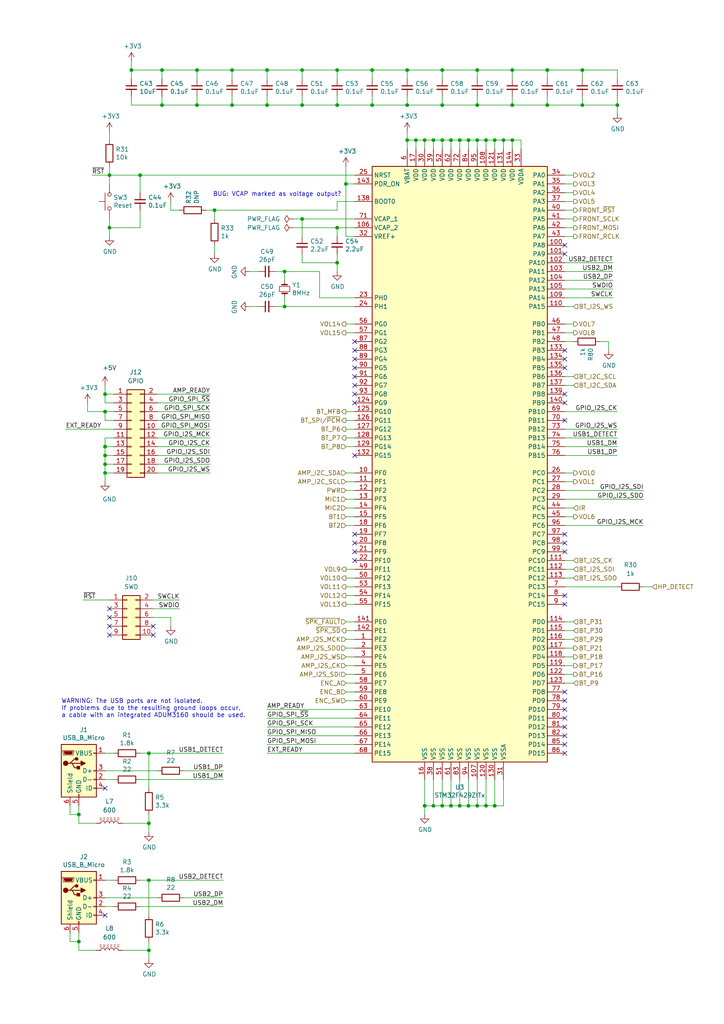
<source format=kicad_sch>
(kicad_sch (version 20201015) (generator eeschema)
  (paper "A4" portrait)
  (junction (at 22.86 236.22) (diameter 0.9144))
  (junction (at 22.86 273.05) (diameter 0.9144))
  (junction (at 30.48 114.3) (diameter 0.9144))
  (junction (at 30.48 119.38) (diameter 0.9144))
  (junction (at 30.48 129.54) (diameter 0.9144))
  (junction (at 30.48 132.08) (diameter 0.9144))
  (junction (at 30.48 134.62) (diameter 0.9144))
  (junction (at 30.48 137.16) (diameter 0.9144))
  (junction (at 31.75 50.8) (diameter 0.9144))
  (junction (at 31.75 66.04) (diameter 0.9144))
  (junction (at 38.1 20.32) (diameter 0.9144))
  (junction (at 40.64 50.8) (diameter 0.9144))
  (junction (at 43.18 218.44) (diameter 0.9144))
  (junction (at 43.18 238.76) (diameter 0.9144))
  (junction (at 43.18 255.27) (diameter 0.9144))
  (junction (at 43.18 275.59) (diameter 0.9144))
  (junction (at 46.99 20.32) (diameter 0.9144))
  (junction (at 46.99 30.48) (diameter 0.9144))
  (junction (at 57.15 20.32) (diameter 0.9144))
  (junction (at 57.15 30.48) (diameter 0.9144))
  (junction (at 62.23 60.96) (diameter 0.9144))
  (junction (at 67.31 20.32) (diameter 0.9144))
  (junction (at 67.31 30.48) (diameter 0.9144))
  (junction (at 77.47 20.32) (diameter 0.9144))
  (junction (at 77.47 30.48) (diameter 0.9144))
  (junction (at 82.55 78.74) (diameter 0.9144))
  (junction (at 82.55 88.9) (diameter 0.9144))
  (junction (at 87.63 20.32) (diameter 0.9144))
  (junction (at 87.63 30.48) (diameter 0.9144))
  (junction (at 87.63 63.5) (diameter 0.9144))
  (junction (at 97.79 20.32) (diameter 0.9144))
  (junction (at 97.79 30.48) (diameter 0.9144))
  (junction (at 97.79 66.04) (diameter 0.9144))
  (junction (at 97.79 76.2) (diameter 0.9144))
  (junction (at 100.33 53.34) (diameter 0.9144))
  (junction (at 107.95 20.32) (diameter 0.9144))
  (junction (at 107.95 30.48) (diameter 0.9144))
  (junction (at 118.11 20.32) (diameter 0.9144))
  (junction (at 118.11 30.48) (diameter 0.9144))
  (junction (at 118.11 40.64) (diameter 0.9144))
  (junction (at 120.65 40.64) (diameter 0.9144))
  (junction (at 123.19 40.64) (diameter 0.9144))
  (junction (at 123.19 233.68) (diameter 0.9144))
  (junction (at 125.73 40.64) (diameter 0.9144))
  (junction (at 125.73 233.68) (diameter 0.9144))
  (junction (at 128.27 20.32) (diameter 0.9144))
  (junction (at 128.27 30.48) (diameter 0.9144))
  (junction (at 128.27 40.64) (diameter 0.9144))
  (junction (at 128.27 233.68) (diameter 0.9144))
  (junction (at 130.81 40.64) (diameter 0.9144))
  (junction (at 130.81 233.68) (diameter 0.9144))
  (junction (at 133.35 40.64) (diameter 0.9144))
  (junction (at 133.35 233.68) (diameter 0.9144))
  (junction (at 135.89 40.64) (diameter 0.9144))
  (junction (at 135.89 233.68) (diameter 0.9144))
  (junction (at 138.43 20.32) (diameter 0.9144))
  (junction (at 138.43 30.48) (diameter 0.9144))
  (junction (at 138.43 40.64) (diameter 0.9144))
  (junction (at 138.43 233.68) (diameter 0.9144))
  (junction (at 140.97 40.64) (diameter 0.9144))
  (junction (at 140.97 233.68) (diameter 0.9144))
  (junction (at 143.51 40.64) (diameter 0.9144))
  (junction (at 143.51 233.68) (diameter 0.9144))
  (junction (at 146.05 40.64) (diameter 0.9144))
  (junction (at 148.59 20.32) (diameter 0.9144))
  (junction (at 148.59 30.48) (diameter 0.9144))
  (junction (at 148.59 40.64) (diameter 0.9144))
  (junction (at 158.75 20.32) (diameter 0.9144))
  (junction (at 158.75 30.48) (diameter 0.9144))
  (junction (at 168.91 20.32) (diameter 0.9144))
  (junction (at 168.91 30.48) (diameter 0.9144))
  (junction (at 179.07 30.48) (diameter 0.9144))
  (no_connect (at 163.83 210.82))
  (no_connect (at 163.83 106.68))
  (no_connect (at 31.75 179.07))
  (no_connect (at 163.83 175.26))
  (no_connect (at 102.87 99.06))
  (no_connect (at 163.83 172.72))
  (no_connect (at 31.75 184.15))
  (no_connect (at 30.48 228.6))
  (no_connect (at 163.83 71.12))
  (no_connect (at 102.87 109.22))
  (no_connect (at 102.87 116.84))
  (no_connect (at 163.83 116.84))
  (no_connect (at 163.83 208.28))
  (no_connect (at 102.87 114.3))
  (no_connect (at 163.83 215.9))
  (no_connect (at 31.75 181.61))
  (no_connect (at 163.83 121.92))
  (no_connect (at 163.83 200.66))
  (no_connect (at 163.83 160.02))
  (no_connect (at 163.83 157.48))
  (no_connect (at 102.87 162.56))
  (no_connect (at 163.83 154.94))
  (no_connect (at 102.87 106.68))
  (no_connect (at 102.87 101.6))
  (no_connect (at 163.83 218.44))
  (no_connect (at 102.87 160.02))
  (no_connect (at 163.83 104.14))
  (no_connect (at 102.87 104.14))
  (no_connect (at 102.87 132.08))
  (no_connect (at 163.83 114.3))
  (no_connect (at 31.75 176.53))
  (no_connect (at 163.83 101.6))
  (no_connect (at 30.48 265.43))
  (no_connect (at 163.83 213.36))
  (no_connect (at 102.87 157.48))
  (no_connect (at 44.45 184.15))
  (no_connect (at 163.83 73.66))
  (no_connect (at 102.87 154.94))
  (no_connect (at 163.83 205.74))
  (no_connect (at 163.83 203.2))
  (no_connect (at 102.87 111.76))
  (no_connect (at 44.45 181.61))
  (wire (pts (xy 19.05 124.46) (xy 33.02 124.46)))
  (wire (pts (xy 20.32 233.68) (xy 20.32 236.22)))
  (wire (pts (xy 20.32 270.51) (xy 20.32 273.05)))
  (wire (pts (xy 22.86 233.68) (xy 22.86 236.22)))
  (wire (pts (xy 22.86 236.22) (xy 20.32 236.22)))
  (wire (pts (xy 22.86 236.22) (xy 22.86 238.76)))
  (wire (pts (xy 22.86 238.76) (xy 27.94 238.76)))
  (wire (pts (xy 22.86 270.51) (xy 22.86 273.05)))
  (wire (pts (xy 22.86 273.05) (xy 20.32 273.05)))
  (wire (pts (xy 22.86 275.59) (xy 22.86 273.05)))
  (wire (pts (xy 24.13 173.99) (xy 31.75 173.99)))
  (wire (pts (xy 25.4 116.84) (xy 25.4 119.38)))
  (wire (pts (xy 25.4 119.38) (xy 30.48 119.38)))
  (wire (pts (xy 26.67 50.8) (xy 31.75 50.8)))
  (wire (pts (xy 27.94 275.59) (xy 22.86 275.59)))
  (wire (pts (xy 30.48 111.76) (xy 30.48 114.3)))
  (wire (pts (xy 30.48 114.3) (xy 33.02 114.3)))
  (wire (pts (xy 30.48 116.84) (xy 30.48 114.3)))
  (wire (pts (xy 30.48 119.38) (xy 30.48 121.92)))
  (wire (pts (xy 30.48 119.38) (xy 33.02 119.38)))
  (wire (pts (xy 30.48 127) (xy 33.02 127)))
  (wire (pts (xy 30.48 129.54) (xy 30.48 127)))
  (wire (pts (xy 30.48 129.54) (xy 33.02 129.54)))
  (wire (pts (xy 30.48 132.08) (xy 30.48 129.54)))
  (wire (pts (xy 30.48 132.08) (xy 33.02 132.08)))
  (wire (pts (xy 30.48 134.62) (xy 30.48 132.08)))
  (wire (pts (xy 30.48 134.62) (xy 33.02 134.62)))
  (wire (pts (xy 30.48 137.16) (xy 30.48 134.62)))
  (wire (pts (xy 30.48 137.16) (xy 33.02 137.16)))
  (wire (pts (xy 30.48 139.7) (xy 30.48 137.16)))
  (wire (pts (xy 30.48 226.06) (xy 33.02 226.06)))
  (wire (pts (xy 30.48 262.89) (xy 33.02 262.89)))
  (wire (pts (xy 31.75 38.1) (xy 31.75 40.64)))
  (wire (pts (xy 31.75 48.26) (xy 31.75 50.8)))
  (wire (pts (xy 31.75 50.8) (xy 31.75 53.34)))
  (wire (pts (xy 31.75 63.5) (xy 31.75 66.04)))
  (wire (pts (xy 31.75 66.04) (xy 40.64 66.04)))
  (wire (pts (xy 31.75 68.58) (xy 31.75 66.04)))
  (wire (pts (xy 33.02 116.84) (xy 30.48 116.84)))
  (wire (pts (xy 33.02 121.92) (xy 30.48 121.92)))
  (wire (pts (xy 33.02 218.44) (xy 30.48 218.44)))
  (wire (pts (xy 33.02 255.27) (xy 30.48 255.27)))
  (wire (pts (xy 35.56 238.76) (xy 43.18 238.76)))
  (wire (pts (xy 35.56 275.59) (xy 43.18 275.59)))
  (wire (pts (xy 38.1 20.32) (xy 38.1 17.78)))
  (wire (pts (xy 38.1 20.32) (xy 38.1 22.86)))
  (wire (pts (xy 38.1 30.48) (xy 38.1 27.94)))
  (wire (pts (xy 40.64 50.8) (xy 31.75 50.8)))
  (wire (pts (xy 40.64 50.8) (xy 102.87 50.8)))
  (wire (pts (xy 40.64 55.88) (xy 40.64 50.8)))
  (wire (pts (xy 40.64 66.04) (xy 40.64 60.96)))
  (wire (pts (xy 40.64 226.06) (xy 64.77 226.06)))
  (wire (pts (xy 40.64 262.89) (xy 64.77 262.89)))
  (wire (pts (xy 43.18 218.44) (xy 40.64 218.44)))
  (wire (pts (xy 43.18 228.6) (xy 43.18 218.44)))
  (wire (pts (xy 43.18 236.22) (xy 43.18 238.76)))
  (wire (pts (xy 43.18 238.76) (xy 43.18 241.3)))
  (wire (pts (xy 43.18 255.27) (xy 40.64 255.27)))
  (wire (pts (xy 43.18 265.43) (xy 43.18 255.27)))
  (wire (pts (xy 43.18 273.05) (xy 43.18 275.59)))
  (wire (pts (xy 43.18 275.59) (xy 43.18 278.13)))
  (wire (pts (xy 44.45 173.99) (xy 52.07 173.99)))
  (wire (pts (xy 44.45 176.53) (xy 52.07 176.53)))
  (wire (pts (xy 45.72 114.3) (xy 60.96 114.3)))
  (wire (pts (xy 45.72 116.84) (xy 60.96 116.84)))
  (wire (pts (xy 45.72 119.38) (xy 60.96 119.38)))
  (wire (pts (xy 45.72 121.92) (xy 60.96 121.92)))
  (wire (pts (xy 45.72 124.46) (xy 60.96 124.46)))
  (wire (pts (xy 45.72 127) (xy 60.96 127)))
  (wire (pts (xy 45.72 129.54) (xy 60.96 129.54)))
  (wire (pts (xy 45.72 132.08) (xy 60.96 132.08)))
  (wire (pts (xy 45.72 134.62) (xy 60.96 134.62)))
  (wire (pts (xy 45.72 137.16) (xy 60.96 137.16)))
  (wire (pts (xy 45.72 223.52) (xy 30.48 223.52)))
  (wire (pts (xy 45.72 260.35) (xy 30.48 260.35)))
  (wire (pts (xy 46.99 20.32) (xy 38.1 20.32)))
  (wire (pts (xy 46.99 20.32) (xy 46.99 22.86)))
  (wire (pts (xy 46.99 20.32) (xy 57.15 20.32)))
  (wire (pts (xy 46.99 30.48) (xy 38.1 30.48)))
  (wire (pts (xy 46.99 30.48) (xy 46.99 27.94)))
  (wire (pts (xy 49.53 60.96) (xy 49.53 58.42)))
  (wire (pts (xy 49.53 179.07) (xy 44.45 179.07)))
  (wire (pts (xy 49.53 181.61) (xy 49.53 179.07)))
  (wire (pts (xy 52.07 60.96) (xy 49.53 60.96)))
  (wire (pts (xy 53.34 223.52) (xy 64.77 223.52)))
  (wire (pts (xy 53.34 260.35) (xy 64.77 260.35)))
  (wire (pts (xy 57.15 20.32) (xy 57.15 22.86)))
  (wire (pts (xy 57.15 20.32) (xy 67.31 20.32)))
  (wire (pts (xy 57.15 27.94) (xy 57.15 30.48)))
  (wire (pts (xy 57.15 30.48) (xy 46.99 30.48)))
  (wire (pts (xy 62.23 60.96) (xy 59.69 60.96)))
  (wire (pts (xy 62.23 60.96) (xy 62.23 63.5)))
  (wire (pts (xy 62.23 71.12) (xy 62.23 73.66)))
  (wire (pts (xy 64.77 218.44) (xy 43.18 218.44)))
  (wire (pts (xy 64.77 255.27) (xy 43.18 255.27)))
  (wire (pts (xy 67.31 20.32) (xy 67.31 22.86)))
  (wire (pts (xy 67.31 20.32) (xy 77.47 20.32)))
  (wire (pts (xy 67.31 27.94) (xy 67.31 30.48)))
  (wire (pts (xy 67.31 30.48) (xy 57.15 30.48)))
  (wire (pts (xy 72.39 78.74) (xy 74.93 78.74)))
  (wire (pts (xy 72.39 88.9) (xy 74.93 88.9)))
  (wire (pts (xy 77.47 20.32) (xy 77.47 22.86)))
  (wire (pts (xy 77.47 20.32) (xy 87.63 20.32)))
  (wire (pts (xy 77.47 27.94) (xy 77.47 30.48)))
  (wire (pts (xy 77.47 30.48) (xy 67.31 30.48)))
  (wire (pts (xy 77.47 218.44) (xy 102.87 218.44)))
  (wire (pts (xy 80.01 78.74) (xy 82.55 78.74)))
  (wire (pts (xy 80.01 88.9) (xy 82.55 88.9)))
  (wire (pts (xy 82.55 78.74) (xy 82.55 81.28)))
  (wire (pts (xy 82.55 86.36) (xy 82.55 88.9)))
  (wire (pts (xy 82.55 88.9) (xy 102.87 88.9)))
  (wire (pts (xy 85.09 63.5) (xy 87.63 63.5)))
  (wire (pts (xy 85.09 66.04) (xy 97.79 66.04)))
  (wire (pts (xy 87.63 20.32) (xy 87.63 22.86)))
  (wire (pts (xy 87.63 20.32) (xy 97.79 20.32)))
  (wire (pts (xy 87.63 27.94) (xy 87.63 30.48)))
  (wire (pts (xy 87.63 30.48) (xy 77.47 30.48)))
  (wire (pts (xy 87.63 63.5) (xy 87.63 68.58)))
  (wire (pts (xy 87.63 76.2) (xy 87.63 73.66)))
  (wire (pts (xy 92.71 78.74) (xy 82.55 78.74)))
  (wire (pts (xy 92.71 86.36) (xy 92.71 78.74)))
  (wire (pts (xy 97.79 20.32) (xy 97.79 22.86)))
  (wire (pts (xy 97.79 20.32) (xy 107.95 20.32)))
  (wire (pts (xy 97.79 27.94) (xy 97.79 30.48)))
  (wire (pts (xy 97.79 30.48) (xy 87.63 30.48)))
  (wire (pts (xy 97.79 58.42) (xy 97.79 60.96)))
  (wire (pts (xy 97.79 60.96) (xy 62.23 60.96)))
  (wire (pts (xy 97.79 66.04) (xy 97.79 68.58)))
  (wire (pts (xy 97.79 73.66) (xy 97.79 76.2)))
  (wire (pts (xy 97.79 76.2) (xy 87.63 76.2)))
  (wire (pts (xy 97.79 76.2) (xy 97.79 78.74)))
  (wire (pts (xy 100.33 48.26) (xy 100.33 53.34)))
  (wire (pts (xy 100.33 53.34) (xy 100.33 68.58)))
  (wire (pts (xy 100.33 53.34) (xy 102.87 53.34)))
  (wire (pts (xy 100.33 68.58) (xy 102.87 68.58)))
  (wire (pts (xy 100.33 93.98) (xy 102.87 93.98)))
  (wire (pts (xy 100.33 96.52) (xy 102.87 96.52)))
  (wire (pts (xy 100.33 119.38) (xy 102.87 119.38)))
  (wire (pts (xy 100.33 121.92) (xy 102.87 121.92)))
  (wire (pts (xy 100.33 124.46) (xy 102.87 124.46)))
  (wire (pts (xy 100.33 127) (xy 102.87 127)))
  (wire (pts (xy 100.33 129.54) (xy 102.87 129.54)))
  (wire (pts (xy 100.33 139.7) (xy 102.87 139.7)))
  (wire (pts (xy 100.33 165.1) (xy 102.87 165.1)))
  (wire (pts (xy 100.33 167.64) (xy 102.87 167.64)))
  (wire (pts (xy 100.33 170.18) (xy 102.87 170.18)))
  (wire (pts (xy 100.33 172.72) (xy 102.87 172.72)))
  (wire (pts (xy 100.33 175.26) (xy 102.87 175.26)))
  (wire (pts (xy 100.33 180.34) (xy 102.87 180.34)))
  (wire (pts (xy 100.33 182.88) (xy 102.87 182.88)))
  (wire (pts (xy 100.33 185.42) (xy 102.87 185.42)))
  (wire (pts (xy 100.33 190.5) (xy 102.87 190.5)))
  (wire (pts (xy 100.33 195.58) (xy 102.87 195.58)))
  (wire (pts (xy 102.87 58.42) (xy 97.79 58.42)))
  (wire (pts (xy 102.87 63.5) (xy 87.63 63.5)))
  (wire (pts (xy 102.87 66.04) (xy 97.79 66.04)))
  (wire (pts (xy 102.87 86.36) (xy 92.71 86.36)))
  (wire (pts (xy 102.87 137.16) (xy 100.33 137.16)))
  (wire (pts (xy 102.87 142.24) (xy 100.33 142.24)))
  (wire (pts (xy 102.87 144.78) (xy 100.33 144.78)))
  (wire (pts (xy 102.87 147.32) (xy 100.33 147.32)))
  (wire (pts (xy 102.87 149.86) (xy 100.33 149.86)))
  (wire (pts (xy 102.87 152.4) (xy 100.33 152.4)))
  (wire (pts (xy 102.87 187.96) (xy 100.33 187.96)))
  (wire (pts (xy 102.87 193.04) (xy 100.33 193.04)))
  (wire (pts (xy 102.87 198.12) (xy 100.33 198.12)))
  (wire (pts (xy 102.87 200.66) (xy 100.33 200.66)))
  (wire (pts (xy 102.87 203.2) (xy 100.33 203.2)))
  (wire (pts (xy 102.87 205.74) (xy 77.47 205.74)))
  (wire (pts (xy 102.87 208.28) (xy 77.47 208.28)))
  (wire (pts (xy 102.87 210.82) (xy 77.47 210.82)))
  (wire (pts (xy 102.87 213.36) (xy 77.47 213.36)))
  (wire (pts (xy 102.87 215.9) (xy 77.47 215.9)))
  (wire (pts (xy 107.95 20.32) (xy 107.95 22.86)))
  (wire (pts (xy 107.95 20.32) (xy 118.11 20.32)))
  (wire (pts (xy 107.95 27.94) (xy 107.95 30.48)))
  (wire (pts (xy 107.95 30.48) (xy 97.79 30.48)))
  (wire (pts (xy 118.11 20.32) (xy 118.11 22.86)))
  (wire (pts (xy 118.11 20.32) (xy 128.27 20.32)))
  (wire (pts (xy 118.11 27.94) (xy 118.11 30.48)))
  (wire (pts (xy 118.11 30.48) (xy 107.95 30.48)))
  (wire (pts (xy 118.11 38.1) (xy 118.11 40.64)))
  (wire (pts (xy 118.11 40.64) (xy 118.11 43.18)))
  (wire (pts (xy 120.65 40.64) (xy 118.11 40.64)))
  (wire (pts (xy 120.65 43.18) (xy 120.65 40.64)))
  (wire (pts (xy 123.19 40.64) (xy 120.65 40.64)))
  (wire (pts (xy 123.19 43.18) (xy 123.19 40.64)))
  (wire (pts (xy 123.19 226.06) (xy 123.19 233.68)))
  (wire (pts (xy 123.19 233.68) (xy 123.19 236.22)))
  (wire (pts (xy 123.19 233.68) (xy 125.73 233.68)))
  (wire (pts (xy 125.73 40.64) (xy 123.19 40.64)))
  (wire (pts (xy 125.73 43.18) (xy 125.73 40.64)))
  (wire (pts (xy 125.73 226.06) (xy 125.73 233.68)))
  (wire (pts (xy 125.73 233.68) (xy 128.27 233.68)))
  (wire (pts (xy 128.27 20.32) (xy 128.27 22.86)))
  (wire (pts (xy 128.27 20.32) (xy 138.43 20.32)))
  (wire (pts (xy 128.27 27.94) (xy 128.27 30.48)))
  (wire (pts (xy 128.27 30.48) (xy 118.11 30.48)))
  (wire (pts (xy 128.27 40.64) (xy 125.73 40.64)))
  (wire (pts (xy 128.27 43.18) (xy 128.27 40.64)))
  (wire (pts (xy 128.27 226.06) (xy 128.27 233.68)))
  (wire (pts (xy 128.27 233.68) (xy 130.81 233.68)))
  (wire (pts (xy 130.81 40.64) (xy 128.27 40.64)))
  (wire (pts (xy 130.81 43.18) (xy 130.81 40.64)))
  (wire (pts (xy 130.81 226.06) (xy 130.81 233.68)))
  (wire (pts (xy 130.81 233.68) (xy 133.35 233.68)))
  (wire (pts (xy 133.35 40.64) (xy 130.81 40.64)))
  (wire (pts (xy 133.35 43.18) (xy 133.35 40.64)))
  (wire (pts (xy 133.35 226.06) (xy 133.35 233.68)))
  (wire (pts (xy 133.35 233.68) (xy 135.89 233.68)))
  (wire (pts (xy 135.89 40.64) (xy 133.35 40.64)))
  (wire (pts (xy 135.89 43.18) (xy 135.89 40.64)))
  (wire (pts (xy 135.89 226.06) (xy 135.89 233.68)))
  (wire (pts (xy 135.89 233.68) (xy 138.43 233.68)))
  (wire (pts (xy 138.43 20.32) (xy 138.43 22.86)))
  (wire (pts (xy 138.43 20.32) (xy 148.59 20.32)))
  (wire (pts (xy 138.43 27.94) (xy 138.43 30.48)))
  (wire (pts (xy 138.43 30.48) (xy 128.27 30.48)))
  (wire (pts (xy 138.43 40.64) (xy 135.89 40.64)))
  (wire (pts (xy 138.43 43.18) (xy 138.43 40.64)))
  (wire (pts (xy 138.43 226.06) (xy 138.43 233.68)))
  (wire (pts (xy 138.43 233.68) (xy 140.97 233.68)))
  (wire (pts (xy 140.97 40.64) (xy 138.43 40.64)))
  (wire (pts (xy 140.97 43.18) (xy 140.97 40.64)))
  (wire (pts (xy 140.97 233.68) (xy 140.97 226.06)))
  (wire (pts (xy 140.97 233.68) (xy 143.51 233.68)))
  (wire (pts (xy 143.51 40.64) (xy 140.97 40.64)))
  (wire (pts (xy 143.51 43.18) (xy 143.51 40.64)))
  (wire (pts (xy 143.51 226.06) (xy 143.51 233.68)))
  (wire (pts (xy 143.51 233.68) (xy 146.05 233.68)))
  (wire (pts (xy 146.05 40.64) (xy 143.51 40.64)))
  (wire (pts (xy 146.05 43.18) (xy 146.05 40.64)))
  (wire (pts (xy 146.05 233.68) (xy 146.05 226.06)))
  (wire (pts (xy 148.59 20.32) (xy 148.59 22.86)))
  (wire (pts (xy 148.59 20.32) (xy 158.75 20.32)))
  (wire (pts (xy 148.59 27.94) (xy 148.59 30.48)))
  (wire (pts (xy 148.59 30.48) (xy 138.43 30.48)))
  (wire (pts (xy 148.59 40.64) (xy 146.05 40.64)))
  (wire (pts (xy 148.59 43.18) (xy 148.59 40.64)))
  (wire (pts (xy 151.13 40.64) (xy 148.59 40.64)))
  (wire (pts (xy 151.13 43.18) (xy 151.13 40.64)))
  (wire (pts (xy 158.75 20.32) (xy 158.75 22.86)))
  (wire (pts (xy 158.75 20.32) (xy 168.91 20.32)))
  (wire (pts (xy 158.75 27.94) (xy 158.75 30.48)))
  (wire (pts (xy 158.75 30.48) (xy 148.59 30.48)))
  (wire (pts (xy 163.83 58.42) (xy 166.37 58.42)))
  (wire (pts (xy 163.83 83.82) (xy 177.8 83.82)))
  (wire (pts (xy 163.83 86.36) (xy 177.8 86.36)))
  (wire (pts (xy 163.83 93.98) (xy 166.37 93.98)))
  (wire (pts (xy 163.83 99.06) (xy 166.37 99.06)))
  (wire (pts (xy 163.83 111.76) (xy 166.37 111.76)))
  (wire (pts (xy 163.83 119.38) (xy 179.07 119.38)))
  (wire (pts (xy 163.83 124.46) (xy 179.07 124.46)))
  (wire (pts (xy 163.83 142.24) (xy 186.69 142.24)))
  (wire (pts (xy 163.83 144.78) (xy 186.69 144.78)))
  (wire (pts (xy 163.83 149.86) (xy 166.37 149.86)))
  (wire (pts (xy 163.83 152.4) (xy 186.69 152.4)))
  (wire (pts (xy 163.83 165.1) (xy 166.37 165.1)))
  (wire (pts (xy 163.83 180.34) (xy 166.37 180.34)))
  (wire (pts (xy 163.83 182.88) (xy 166.37 182.88)))
  (wire (pts (xy 163.83 185.42) (xy 166.37 185.42)))
  (wire (pts (xy 163.83 187.96) (xy 166.37 187.96)))
  (wire (pts (xy 163.83 190.5) (xy 166.37 190.5)))
  (wire (pts (xy 163.83 193.04) (xy 166.37 193.04)))
  (wire (pts (xy 163.83 195.58) (xy 166.37 195.58)))
  (wire (pts (xy 163.83 198.12) (xy 166.37 198.12)))
  (wire (pts (xy 166.37 50.8) (xy 163.83 50.8)))
  (wire (pts (xy 166.37 53.34) (xy 163.83 53.34)))
  (wire (pts (xy 166.37 55.88) (xy 163.83 55.88)))
  (wire (pts (xy 166.37 60.96) (xy 163.83 60.96)))
  (wire (pts (xy 166.37 63.5) (xy 163.83 63.5)))
  (wire (pts (xy 166.37 66.04) (xy 163.83 66.04)))
  (wire (pts (xy 166.37 68.58) (xy 163.83 68.58)))
  (wire (pts (xy 166.37 88.9) (xy 163.83 88.9)))
  (wire (pts (xy 166.37 96.52) (xy 163.83 96.52)))
  (wire (pts (xy 166.37 109.22) (xy 163.83 109.22)))
  (wire (pts (xy 166.37 137.16) (xy 163.83 137.16)))
  (wire (pts (xy 166.37 139.7) (xy 163.83 139.7)))
  (wire (pts (xy 166.37 147.32) (xy 163.83 147.32)))
  (wire (pts (xy 166.37 162.56) (xy 163.83 162.56)))
  (wire (pts (xy 166.37 167.64) (xy 163.83 167.64)))
  (wire (pts (xy 168.91 20.32) (xy 168.91 22.86)))
  (wire (pts (xy 168.91 20.32) (xy 179.07 20.32)))
  (wire (pts (xy 168.91 27.94) (xy 168.91 30.48)))
  (wire (pts (xy 168.91 30.48) (xy 158.75 30.48)))
  (wire (pts (xy 176.53 99.06) (xy 173.99 99.06)))
  (wire (pts (xy 176.53 101.6) (xy 176.53 99.06)))
  (wire (pts (xy 177.8 76.2) (xy 163.83 76.2)))
  (wire (pts (xy 177.8 78.74) (xy 163.83 78.74)))
  (wire (pts (xy 177.8 81.28) (xy 163.83 81.28)))
  (wire (pts (xy 179.07 20.32) (xy 179.07 22.86)))
  (wire (pts (xy 179.07 27.94) (xy 179.07 30.48)))
  (wire (pts (xy 179.07 30.48) (xy 168.91 30.48)))
  (wire (pts (xy 179.07 30.48) (xy 179.07 33.02)))
  (wire (pts (xy 179.07 127) (xy 163.83 127)))
  (wire (pts (xy 179.07 129.54) (xy 163.83 129.54)))
  (wire (pts (xy 179.07 132.08) (xy 163.83 132.08)))
  (wire (pts (xy 179.07 170.18) (xy 163.83 170.18)))
  (wire (pts (xy 189.23 170.18) (xy 186.69 170.18)))
  (text "WARNING: The USB ports are not isolated.\nIf problems due to the resulting ground loops occur,\na cable with an integrated ADUM3160 should be used." (at 17.78 208.28 0) (effects (font (size 1.27 1.27)) (justify left bottom)))
  (text "BUG: VCAP marked as voltage output?" (at 99.06 57.15 180) (effects (font (size 1.27 1.27)) (justify right bottom)))
  (label "EXT_READY" (at 19.05 124.46 0))
  (label "~RST" (at 24.13 173.99 0))
  (label "~RST" (at 26.67 50.8 0))
  (label "SWCLK" (at 52.07 173.99 180))
  (label "SWDIO" (at 52.07 176.53 180))
  (label "AMP_READY" (at 60.96 114.3 180))
  (label "GPIO_SPI_~SS" (at 60.96 116.84 180))
  (label "GPIO_SPI_SCK" (at 60.96 119.38 180))
  (label "GPIO_SPI_MISO" (at 60.96 121.92 180))
  (label "GPIO_SPI_MOSI" (at 60.96 124.46 180))
  (label "GPIO_I2S_MCK" (at 60.96 127 180))
  (label "GPIO_I2S_CK" (at 60.96 129.54 180))
  (label "GPIO_I2S_SDI" (at 60.96 132.08 180))
  (label "GPIO_I2S_SDO" (at 60.96 134.62 180))
  (label "GPIO_I2S_WS" (at 60.96 137.16 180))
  (label "USB1_DETECT" (at 64.77 218.44 180))
  (label "USB1_DP" (at 64.77 223.52 180))
  (label "USB1_DM" (at 64.77 226.06 180))
  (label "USB2_DETECT" (at 64.77 255.27 180))
  (label "USB2_DP" (at 64.77 260.35 180))
  (label "USB2_DM" (at 64.77 262.89 180))
  (label "AMP_READY" (at 77.47 205.74 0))
  (label "GPIO_SPI_~SS" (at 77.47 208.28 0))
  (label "GPIO_SPI_SCK" (at 77.47 210.82 0))
  (label "GPIO_SPI_MISO" (at 77.47 213.36 0))
  (label "GPIO_SPI_MOSI" (at 77.47 215.9 0))
  (label "EXT_READY" (at 77.47 218.44 0))
  (label "USB2_DETECT" (at 177.8 76.2 180))
  (label "USB2_DM" (at 177.8 78.74 180))
  (label "USB2_DP" (at 177.8 81.28 180))
  (label "SWDIO" (at 177.8 83.82 180))
  (label "SWCLK" (at 177.8 86.36 180))
  (label "GPIO_I2S_CK" (at 179.07 119.38 180))
  (label "GPIO_I2S_WS" (at 179.07 124.46 180))
  (label "USB1_DETECT" (at 179.07 127 180))
  (label "USB1_DM" (at 179.07 129.54 180))
  (label "USB1_DP" (at 179.07 132.08 180))
  (label "GPIO_I2S_SDI" (at 186.69 142.24 180))
  (label "GPIO_I2S_SDO" (at 186.69 144.78 180))
  (label "GPIO_I2S_MCK" (at 186.69 152.4 180))
  (hierarchical_label "VOL14" (shape output) (at 100.33 93.98 180))
  (hierarchical_label "VOL15" (shape output) (at 100.33 96.52 180))
  (hierarchical_label "BT_MFB" (shape output) (at 100.33 119.38 180))
  (hierarchical_label "BT_SPI{slash}~PCM" (shape output) (at 100.33 121.92 180))
  (hierarchical_label "BT_P6" (shape output) (at 100.33 124.46 180))
  (hierarchical_label "BT_P7" (shape output) (at 100.33 127 180))
  (hierarchical_label "BT_P8" (shape input) (at 100.33 129.54 180))
  (hierarchical_label "AMP_I2C_SDA" (shape input) (at 100.33 137.16 180))
  (hierarchical_label "AMP_I2C_SCL" (shape input) (at 100.33 139.7 180))
  (hierarchical_label "PWR" (shape input) (at 100.33 142.24 180))
  (hierarchical_label "MIC1" (shape input) (at 100.33 144.78 180))
  (hierarchical_label "MIC2" (shape input) (at 100.33 147.32 180))
  (hierarchical_label "BT1" (shape input) (at 100.33 149.86 180))
  (hierarchical_label "BT2" (shape input) (at 100.33 152.4 180))
  (hierarchical_label "VOL9" (shape output) (at 100.33 165.1 180))
  (hierarchical_label "VOL10" (shape output) (at 100.33 167.64 180))
  (hierarchical_label "VOL11" (shape output) (at 100.33 170.18 180))
  (hierarchical_label "VOL12" (shape output) (at 100.33 172.72 180))
  (hierarchical_label "VOL13" (shape output) (at 100.33 175.26 180))
  (hierarchical_label "~SPK_FAULT" (shape input) (at 100.33 180.34 180))
  (hierarchical_label "~SPK_SD" (shape output) (at 100.33 182.88 180))
  (hierarchical_label "AMP_I2S_MCK" (shape input) (at 100.33 185.42 180))
  (hierarchical_label "AMP_I2S_SDO" (shape input) (at 100.33 187.96 180))
  (hierarchical_label "AMP_I2S_WS" (shape input) (at 100.33 190.5 180))
  (hierarchical_label "AMP_I2S_CK" (shape input) (at 100.33 193.04 180))
  (hierarchical_label "AMP_I2S_SDI" (shape input) (at 100.33 195.58 180))
  (hierarchical_label "ENC_A" (shape input) (at 100.33 198.12 180))
  (hierarchical_label "ENC_B" (shape input) (at 100.33 200.66 180))
  (hierarchical_label "ENC_SW" (shape input) (at 100.33 203.2 180))
  (hierarchical_label "VOL2" (shape output) (at 166.37 50.8 0))
  (hierarchical_label "VOL3" (shape output) (at 166.37 53.34 0))
  (hierarchical_label "VOL4" (shape output) (at 166.37 55.88 0))
  (hierarchical_label "VOL5" (shape output) (at 166.37 58.42 0))
  (hierarchical_label "FRONT_~RST" (shape output) (at 166.37 60.96 0))
  (hierarchical_label "FRONT_SCLK" (shape output) (at 166.37 63.5 0))
  (hierarchical_label "FRONT_MOSI" (shape output) (at 166.37 66.04 0))
  (hierarchical_label "FRONT_RCLK" (shape output) (at 166.37 68.58 0))
  (hierarchical_label "BT_I2S_WS" (shape input) (at 166.37 88.9 0))
  (hierarchical_label "VOL7" (shape output) (at 166.37 93.98 0))
  (hierarchical_label "VOL8" (shape output) (at 166.37 96.52 0))
  (hierarchical_label "BT_I2C_SCL" (shape input) (at 166.37 109.22 0))
  (hierarchical_label "BT_I2C_SDA" (shape input) (at 166.37 111.76 0))
  (hierarchical_label "VOL0" (shape output) (at 166.37 137.16 0))
  (hierarchical_label "VOL1" (shape output) (at 166.37 139.7 0))
  (hierarchical_label "IR" (shape input) (at 166.37 147.32 0))
  (hierarchical_label "VOL6" (shape output) (at 166.37 149.86 0))
  (hierarchical_label "BT_I2S_CK" (shape input) (at 166.37 162.56 0))
  (hierarchical_label "BT_I2S_SDI" (shape input) (at 166.37 165.1 0))
  (hierarchical_label "BT_I2S_SDO" (shape input) (at 166.37 167.64 0))
  (hierarchical_label "BT_P31" (shape input) (at 166.37 180.34 0))
  (hierarchical_label "BT_P30" (shape input) (at 166.37 182.88 0))
  (hierarchical_label "BT_P29" (shape input) (at 166.37 185.42 0))
  (hierarchical_label "BT_P21" (shape output) (at 166.37 187.96 0))
  (hierarchical_label "BT_P18" (shape output) (at 166.37 190.5 0))
  (hierarchical_label "BT_P17" (shape output) (at 166.37 193.04 0))
  (hierarchical_label "BT_P16" (shape output) (at 166.37 195.58 0))
  (hierarchical_label "BT_P9" (shape input) (at 166.37 198.12 0))
  (hierarchical_label "HP_DETECT" (shape input) (at 189.23 170.18 0))
  (symbol (lib_id "power:PWR_FLAG") (at 85.09 63.5 90) (unit 1)
    (property "Reference" "#FLG0102" (effects hide))
    (property "Value" "PWR_FLAG" (at 81.28 63.5 90) (effects (justify left)))
  )
  (symbol (lib_id "power:PWR_FLAG") (at 85.09 66.04 90) (unit 1)
    (property "Reference" "#FLG0105" (effects hide))
    (property "Value" "PWR_FLAG" (at 81.28 66.04 90) (effects (justify left)))
  )
  (symbol (lib_id "power:+3.3V") (at 25.4 116.84 0) (unit 1)
    (property "Reference" "#PWR0232" (effects hide))
    (property "Value" "+3.3V" (at 25.781 112.4458 0))
  )
  (symbol (lib_id "power:+5V") (at 30.48 111.76 0) (unit 1)
    (property "Reference" "#PWR0231" (effects hide))
    (property "Value" "+5V" (at 31.75 106.68 0))
  )
  (symbol (lib_id "power:+3.3V") (at 31.75 38.1 0) (unit 1)
    (property "Reference" "#PWR0170" (effects hide))
    (property "Value" "+3.3V" (at 32.131 33.7058 0))
  )
  (symbol (lib_id "power:+3.3V") (at 38.1 17.78 0) (unit 1)
    (property "Reference" "#PWR0169" (effects hide))
    (property "Value" "+3.3V" (at 38.481 13.3858 0))
  )
  (symbol (lib_id "power:+3.3V") (at 49.53 58.42 0) (unit 1)
    (property "Reference" "#PWR0171" (effects hide))
    (property "Value" "+3.3V" (at 49.911 54.0258 0))
  )
  (symbol (lib_id "power:+3.3V") (at 100.33 48.26 0) (unit 1)
    (property "Reference" "#PWR0166" (effects hide))
    (property "Value" "+3.3V" (at 100.711 43.8658 0))
  )
  (symbol (lib_id "power:+3.3V") (at 118.11 38.1 0) (unit 1)
    (property "Reference" "#PWR0102" (effects hide))
    (property "Value" "+3.3V" (at 118.491 33.7058 0))
  )
  (symbol (lib_id "power:GND") (at 30.48 139.7 0) (unit 1)
    (property "Reference" "#PWR0230" (effects hide))
    (property "Value" "GND" (at 31.75 144.78 0))
  )
  (symbol (lib_id "power:GND") (at 31.75 68.58 0) (unit 1)
    (property "Reference" "#PWR0172" (effects hide))
    (property "Value" "GND" (at 31.877 72.9742 0))
  )
  (symbol (lib_id "power:GND") (at 43.18 241.3 0) (unit 1)
    (property "Reference" "#PWR0104" (effects hide))
    (property "Value" "GND" (at 43.307 245.6942 0))
  )
  (symbol (lib_id "power:GND") (at 43.18 278.13 0) (unit 1)
    (property "Reference" "#PWR0106" (effects hide))
    (property "Value" "GND" (at 43.307 282.5242 0))
  )
  (symbol (lib_id "power:GND") (at 49.53 181.61 0) (unit 1)
    (property "Reference" "#PWR0173" (effects hide))
    (property "Value" "GND" (at 49.657 186.0042 0))
  )
  (symbol (lib_id "power:GND") (at 62.23 73.66 0) (unit 1)
    (property "Reference" "#PWR0167" (effects hide))
    (property "Value" "GND" (at 62.357 78.0542 0))
  )
  (symbol (lib_id "power:GND") (at 72.39 78.74 270) (unit 1)
    (property "Reference" "#PWR0164" (effects hide))
    (property "Value" "GND" (at 67.9958 78.867 0))
  )
  (symbol (lib_id "power:GND") (at 72.39 88.9 270) (unit 1)
    (property "Reference" "#PWR0165" (effects hide))
    (property "Value" "GND" (at 67.9958 89.027 0))
  )
  (symbol (lib_id "power:GND") (at 97.79 78.74 0) (unit 1)
    (property "Reference" "#PWR0163" (effects hide))
    (property "Value" "GND" (at 97.917 83.1342 0))
  )
  (symbol (lib_id "power:GND") (at 123.19 236.22 0) (unit 1)
    (property "Reference" "#PWR0101" (effects hide))
    (property "Value" "GND" (at 123.317 240.6142 0))
  )
  (symbol (lib_id "power:GND") (at 176.53 101.6 0) (unit 1)
    (property "Reference" "#PWR0233" (effects hide))
    (property "Value" "GND" (at 176.657 105.9942 0))
  )
  (symbol (lib_id "power:GND") (at 179.07 33.02 0) (unit 1)
    (property "Reference" "#PWR0168" (effects hide))
    (property "Value" "GND" (at 179.197 37.4142 0))
  )
  (symbol (lib_id "Device:L_Ferrite") (at 31.75 238.76 90) (unit 1)
    (property "Reference" "L7" (at 31.75 232.41 90))
    (property "Value" "600" (at 31.75 234.95 90))
    (property "Footprint" "Inductor_SMD:L_0603_1608Metric" (effects hide))
  )
  (symbol (lib_id "Device:L_Ferrite") (at 31.75 275.59 90) (unit 1)
    (property "Reference" "L8" (at 31.75 269.24 90))
    (property "Value" "600" (at 31.75 271.78 90))
    (property "Footprint" "Inductor_SMD:L_0603_1608Metric" (effects hide))
  )
  (symbol (lib_id "Device:Crystal_Small") (at 82.55 83.82 90) (unit 1)
    (property "Reference" "Y1" (at 84.7091 82.6706 90) (effects (justify right)))
    (property "Value" "8MHz" (at 84.709 84.969 90) (effects (justify right)))
    (property "Footprint" "Crystal:Crystal_SMD_HC49-SD" (effects hide))
  )
  (symbol (lib_id "Device:R") (at 31.75 44.45 0) (unit 1)
    (property "Reference" "R31" (at 33.5281 43.3006 0) (effects (justify left)))
    (property "Value" "10k" (at 33.528 45.599 0) (effects (justify left)))
    (property "Footprint" "Resistor_SMD:R_0603_1608Metric" (effects hide))
  )
  (symbol (lib_id "Device:R") (at 36.83 218.44 270) (unit 1)
    (property "Reference" "R1" (at 36.83 213.1822 90))
    (property "Value" "1.8k" (at 36.83 215.4936 90))
    (property "Footprint" "Resistor_SMD:R_0603_1608Metric" (effects hide))
  )
  (symbol (lib_id "Device:R") (at 36.83 226.06 270) (unit 1)
    (property "Reference" "R2" (at 36.83 220.8022 90))
    (property "Value" "22" (at 36.83 223.1136 90))
    (property "Footprint" "Resistor_SMD:R_0603_1608Metric" (effects hide))
  )
  (symbol (lib_id "Device:R") (at 36.83 255.27 270) (unit 1)
    (property "Reference" "R3" (at 36.83 250.0122 90))
    (property "Value" "1.8k" (at 36.83 252.3236 90))
    (property "Footprint" "Resistor_SMD:R_0603_1608Metric" (effects hide))
  )
  (symbol (lib_id "Device:R") (at 36.83 262.89 270) (unit 1)
    (property "Reference" "R4" (at 36.83 257.6322 90))
    (property "Value" "22" (at 36.83 259.9436 90))
    (property "Footprint" "Resistor_SMD:R_0603_1608Metric" (effects hide))
  )
  (symbol (lib_id "Device:R") (at 43.18 232.41 0) (unit 1)
    (property "Reference" "R5" (at 44.958 231.2416 0) (effects (justify left)))
    (property "Value" "3.3k" (at 44.958 233.553 0) (effects (justify left)))
    (property "Footprint" "Resistor_SMD:R_0603_1608Metric" (effects hide))
  )
  (symbol (lib_id "Device:R") (at 43.18 269.24 0) (unit 1)
    (property "Reference" "R6" (at 44.958 268.0716 0) (effects (justify left)))
    (property "Value" "3.3k" (at 44.958 270.383 0) (effects (justify left)))
    (property "Footprint" "Resistor_SMD:R_0603_1608Metric" (effects hide))
  )
  (symbol (lib_id "Device:R") (at 49.53 223.52 270) (unit 1)
    (property "Reference" "R7" (at 49.53 218.2622 90))
    (property "Value" "22" (at 49.53 220.5736 90))
    (property "Footprint" "Resistor_SMD:R_0603_1608Metric" (effects hide))
  )
  (symbol (lib_id "Device:R") (at 49.53 260.35 270) (unit 1)
    (property "Reference" "R8" (at 49.53 255.0922 90))
    (property "Value" "22" (at 49.53 257.4036 90))
    (property "Footprint" "Resistor_SMD:R_0603_1608Metric" (effects hide))
  )
  (symbol (lib_id "Device:R") (at 55.88 60.96 90) (unit 1)
    (property "Reference" "R32" (at 54.7306 59.1819 0) (effects (justify left)))
    (property "Value" "DNP" (at 57.029 59.182 0) (effects (justify left)))
    (property "Footprint" "Resistor_SMD:R_0603_1608Metric" (effects hide))
  )
  (symbol (lib_id "Device:R") (at 62.23 67.31 0) (unit 1)
    (property "Reference" "R33" (at 64.0081 66.1606 0) (effects (justify left)))
    (property "Value" "1k" (at 64.008 68.459 0) (effects (justify left)))
    (property "Footprint" "Resistor_SMD:R_0603_1608Metric" (effects hide))
  )
  (symbol (lib_id "Device:R") (at 170.18 99.06 270) (unit 1)
    (property "Reference" "R80" (at 171.3294 100.8381 0) (effects (justify left)))
    (property "Value" "1k" (at 169.031 100.838 0) (effects (justify left)))
    (property "Footprint" "Resistor_SMD:R_0603_1608Metric" (effects hide))
  )
  (symbol (lib_id "Device:R") (at 182.88 170.18 270) (mirror x) (unit 1)
    (property "Reference" "R30" (at 182.88 163.83 90))
    (property "Value" "1k" (at 182.88 166.37 90))
    (property "Footprint" "Resistor_SMD:R_0603_1608Metric" (effects hide))
  )
  (symbol (lib_id "Device:C_Small") (at 38.1 25.4 0) (unit 1)
    (property "Reference" "C43" (at 40.4242 24.2506 0) (effects (justify left)))
    (property "Value" "10uF" (at 40.424 26.549 0) (effects (justify left)))
    (property "Footprint" "Capacitor_SMD:C_0805_2012Metric" (effects hide))
  )
  (symbol (lib_id "Device:C_Small") (at 40.64 58.42 0) (unit 1)
    (property "Reference" "C44" (at 42.9642 57.2706 0) (effects (justify left)))
    (property "Value" "0.1uF" (at 42.964 59.5696 0) (effects (justify left)))
    (property "Footprint" "Capacitor_SMD:C_0603_1608Metric" (effects hide))
  )
  (symbol (lib_id "Device:C_Small") (at 46.99 25.4 0) (unit 1)
    (property "Reference" "C45" (at 49.3142 24.2506 0) (effects (justify left)))
    (property "Value" "0.1uF" (at 49.314 26.5496 0) (effects (justify left)))
    (property "Footprint" "Capacitor_SMD:C_0603_1608Metric" (effects hide))
  )
  (symbol (lib_id "Device:C_Small") (at 57.15 25.4 0) (unit 1)
    (property "Reference" "C46" (at 59.4742 24.2506 0) (effects (justify left)))
    (property "Value" "0.1uF" (at 59.474 26.5496 0) (effects (justify left)))
    (property "Footprint" "Capacitor_SMD:C_0603_1608Metric" (effects hide))
  )
  (symbol (lib_id "Device:C_Small") (at 67.31 25.4 0) (unit 1)
    (property "Reference" "C47" (at 69.6342 24.2506 0) (effects (justify left)))
    (property "Value" "0.1uF" (at 69.634 26.5496 0) (effects (justify left)))
    (property "Footprint" "Capacitor_SMD:C_0603_1608Metric" (effects hide))
  )
  (symbol (lib_id "Device:C_Small") (at 77.47 25.4 0) (unit 1)
    (property "Reference" "C48" (at 79.7942 24.2506 0) (effects (justify left)))
    (property "Value" "0.1uF" (at 79.794 26.5496 0) (effects (justify left)))
    (property "Footprint" "Capacitor_SMD:C_0603_1608Metric" (effects hide))
  )
  (symbol (lib_id "Device:C_Small") (at 77.47 78.74 90) (unit 1)
    (property "Reference" "C49" (at 77.47 72.9677 90))
    (property "Value" "26pF" (at 77.47 75.266 90))
    (property "Footprint" "Capacitor_SMD:C_0603_1608Metric" (effects hide))
  )
  (symbol (lib_id "Device:C_Small") (at 77.47 88.9 90) (unit 1)
    (property "Reference" "C50" (at 77.47 83.1277 90))
    (property "Value" "26pF" (at 77.47 85.426 90))
    (property "Footprint" "Capacitor_SMD:C_0603_1608Metric" (effects hide))
  )
  (symbol (lib_id "Device:C_Small") (at 87.63 25.4 0) (unit 1)
    (property "Reference" "C51" (at 89.9542 24.2506 0) (effects (justify left)))
    (property "Value" "0.1uF" (at 89.954 26.5496 0) (effects (justify left)))
    (property "Footprint" "Capacitor_SMD:C_0603_1608Metric" (effects hide))
  )
  (symbol (lib_id "Device:C_Small") (at 87.63 71.12 0) (unit 1)
    (property "Reference" "C52" (at 89.9542 69.9706 0) (effects (justify left)))
    (property "Value" "2.2uF" (at 89.954 72.269 0) (effects (justify left)))
    (property "Footprint" "Capacitor_SMD:C_0603_1608Metric" (effects hide))
  )
  (symbol (lib_id "Device:C_Small") (at 97.79 25.4 0) (unit 1)
    (property "Reference" "C53" (at 100.1142 24.2506 0) (effects (justify left)))
    (property "Value" "0.1uF" (at 100.114 26.5496 0) (effects (justify left)))
    (property "Footprint" "Capacitor_SMD:C_0603_1608Metric" (effects hide))
  )
  (symbol (lib_id "Device:C_Small") (at 97.79 71.12 0) (unit 1)
    (property "Reference" "C54" (at 100.1142 69.9706 0) (effects (justify left)))
    (property "Value" "2.2uF" (at 100.114 72.269 0) (effects (justify left)))
    (property "Footprint" "Capacitor_SMD:C_0603_1608Metric" (effects hide))
  )
  (symbol (lib_id "Device:C_Small") (at 107.95 25.4 0) (unit 1)
    (property "Reference" "C55" (at 110.2742 24.2506 0) (effects (justify left)))
    (property "Value" "0.1uF" (at 110.274 26.5496 0) (effects (justify left)))
    (property "Footprint" "Capacitor_SMD:C_0603_1608Metric" (effects hide))
  )
  (symbol (lib_id "Device:C_Small") (at 118.11 25.4 0) (unit 1)
    (property "Reference" "C56" (at 120.4342 24.2506 0) (effects (justify left)))
    (property "Value" "0.1uF" (at 120.434 26.5496 0) (effects (justify left)))
    (property "Footprint" "Capacitor_SMD:C_0603_1608Metric" (effects hide))
  )
  (symbol (lib_id "Device:C_Small") (at 128.27 25.4 0) (unit 1)
    (property "Reference" "C58" (at 130.5942 24.2506 0) (effects (justify left)))
    (property "Value" "0.1uF" (at 130.594 26.5496 0) (effects (justify left)))
    (property "Footprint" "Capacitor_SMD:C_0603_1608Metric" (effects hide))
  )
  (symbol (lib_id "Device:C_Small") (at 138.43 25.4 0) (unit 1)
    (property "Reference" "C59" (at 140.7542 24.2506 0) (effects (justify left)))
    (property "Value" "0.1uF" (at 140.754 26.5496 0) (effects (justify left)))
    (property "Footprint" "Capacitor_SMD:C_0603_1608Metric" (effects hide))
  )
  (symbol (lib_id "Device:C_Small") (at 148.59 25.4 0) (unit 1)
    (property "Reference" "C60" (at 150.9142 24.2506 0) (effects (justify left)))
    (property "Value" "0.1uF" (at 150.914 26.5496 0) (effects (justify left)))
    (property "Footprint" "Capacitor_SMD:C_0603_1608Metric" (effects hide))
  )
  (symbol (lib_id "Device:C_Small") (at 158.75 25.4 0) (unit 1)
    (property "Reference" "C61" (at 161.0742 24.2506 0) (effects (justify left)))
    (property "Value" "0.1uF" (at 161.074 26.5496 0) (effects (justify left)))
    (property "Footprint" "Capacitor_SMD:C_0603_1608Metric" (effects hide))
  )
  (symbol (lib_id "Device:C_Small") (at 168.91 25.4 0) (unit 1)
    (property "Reference" "C62" (at 171.2342 24.2506 0) (effects (justify left)))
    (property "Value" "0.1uF" (at 171.234 26.5496 0) (effects (justify left)))
    (property "Footprint" "Capacitor_SMD:C_0603_1608Metric" (effects hide))
  )
  (symbol (lib_id "Device:C_Small") (at 179.07 25.4 0) (unit 1)
    (property "Reference" "C63" (at 181.3942 24.2506 0) (effects (justify left)))
    (property "Value" "0.1uF" (at 181.394 26.5496 0) (effects (justify left)))
    (property "Footprint" "Capacitor_SMD:C_0603_1608Metric" (effects hide))
  )
  (symbol (lib_id "Switch:SW_Push") (at 31.75 58.42 90) (unit 1)
    (property "Reference" "SW3" (at 32.8931 57.2706 90) (effects (justify right)))
    (property "Value" "Reset" (at 32.8931 59.5693 90) (effects (justify right)))
    (property "Footprint" "Button_Switch_THT:SW_PUSH_6mm_H4.3mm" (effects hide))
  )
  (symbol (lib_id "Connector_Generic:Conn_02x05_Odd_Even") (at 36.83 179.07 0) (unit 1)
    (property "Reference" "J10" (at 38.1 167.64 0))
    (property "Value" "SWD" (at 38.1 170.18 0))
    (property "Footprint" "Connector_IDC:IDC-Header_2x05_P2.54mm_Vertical" (effects hide))
  )
  (symbol (lib_id "Connector:USB_B_Micro") (at 22.86 223.52 0) (unit 1)
    (property "Reference" "J1" (at 24.3078 211.6582 0))
    (property "Value" "USB_B_Micro" (at 24.3078 213.9696 0))
    (property "Footprint" "Connector_USB:USB_Micro-B_Amphenol_10104110_Horizontal" (effects hide))
  )
  (symbol (lib_id "Connector:USB_B_Micro") (at 22.86 260.35 0) (unit 1)
    (property "Reference" "J2" (at 24.3078 248.4882 0))
    (property "Value" "USB_B_Micro" (at 24.3078 250.7996 0))
    (property "Footprint" "Connector_USB:USB_Micro-B_Amphenol_10104110_Horizontal" (effects hide))
  )
  (symbol (lib_id "Connector_Generic:Conn_02x10_Odd_Even") (at 38.1 124.46 0) (unit 1)
    (property "Reference" "J12" (at 39.37 107.95 0))
    (property "Value" "GPIO" (at 39.37 110.49 0))
    (property "Footprint" "Connector_PinHeader_2.54mm:PinHeader_2x10_P2.54mm_Vertical" (effects hide))
  )
  (symbol (lib_id "MCU_ST_STM32F4:STM32F429ZITx") (at 133.35 134.62 0) (unit 1)
    (property "Reference" "U3" (at 133.35 228.3206 0))
    (property "Value" "STM32F429ZITx" (at 133.35 230.632 0))
    (property "Footprint" "Package_QFP:LQFP-144_20x20mm_P0.5mm" (effects hide))
    (property "Datasheet" "http://www.st.com/st-web-ui/static/active/en/resource/technical/document/datasheet/DM00071990.pdf" (effects hide))
  )
)
</source>
